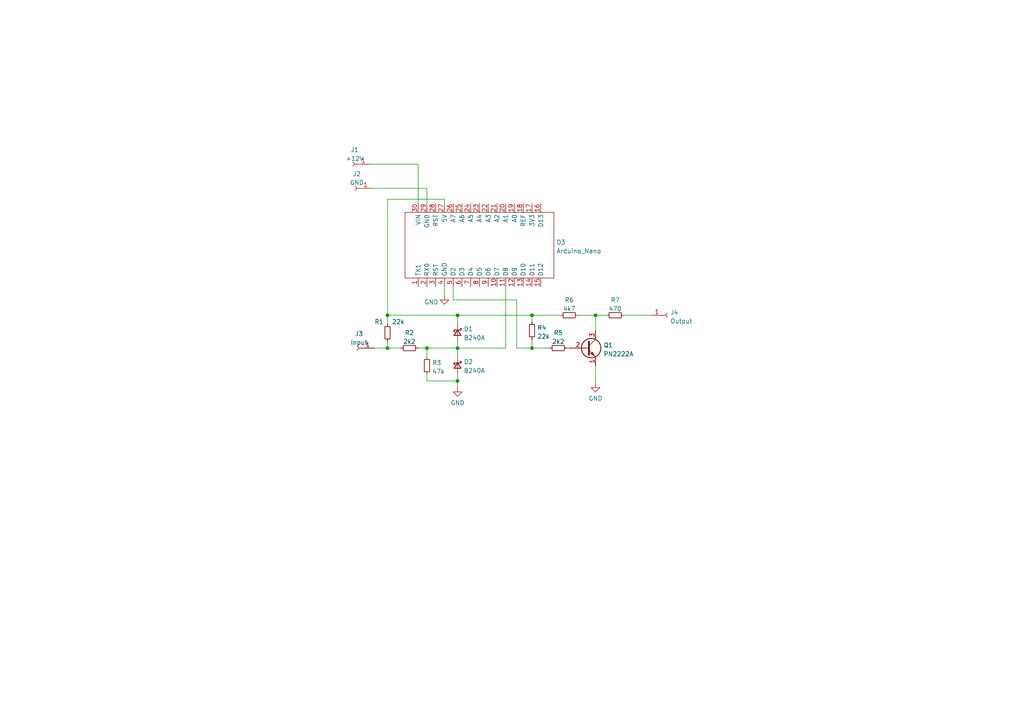
<source format=kicad_sch>
(kicad_sch (version 20211123) (generator eeschema)
  (paper "A4")
  (lib_symbols
    (symbol "Connector:Conn_01x01_Female" (pin_names (offset 1.016) hide)
      (property "Reference" "J" (at 0 2.54 0))
      (property "Value" "Conn_01x01_Female" (at 0 -2.54 0))
      (symbol "Conn_01x01_Female_1_1"
        (polyline (pts (xy -1.27 0) (xy -0.508 0)) (stroke (width 0.1524)))
        (arc (start 0 0.508) (mid -0.508 0) (end 0 -0.508) (stroke (width 0.1524)))
        (pin passive line (at -5.08 0 0) (length 3.81) (name "Pin_1") (number "1"))
      )
    )
    (symbol "Device:D_Schottky_Small" (pin_numbers hide) (pin_names (offset 0.254) hide)
      (property "Reference" "D" (at -1.27 2.032 0))
      (property "Value" "D_Schottky_Small" (at -7.112 -2.032 0))
      (symbol "D_Schottky_Small_0_1"
        (polyline (pts (xy -0.762 0) (xy 0.762 0)))
        (polyline (pts (xy 0.762 -1.016) (xy -0.762 0) (xy 0.762 1.016) (xy 0.762 -1.016)) (stroke (width 0.254)))
        (polyline (pts (xy -1.27 0.762) (xy -1.27 1.016) (xy -0.762 1.016) (xy -0.762 -1.016) (xy -0.254 -1.016) (xy -0.254 -0.762)) (stroke (width 0.254)))
      )
      (symbol "D_Schottky_Small_1_1"
        (pin passive line (at -2.54 0 0) (length 1.778) (name "K") (number "1"))
        (pin passive line (at 2.54 0 180) (length 1.778) (name "A") (number "2"))
      )
    )
    (symbol "Device:R_Small" (pin_numbers hide) (pin_names (offset 0.254) hide)
      (property "Reference" "R" (at 0.762 0.508 0))
      (property "Value" "R_Small" (at 0.762 -1.016 0))
      (symbol "R_Small_0_1"
        (rectangle (start -0.762 1.778) (end 0.762 -1.778) (stroke (width 0.2032)))
      )
      (symbol "R_Small_1_1"
        (pin passive line (at 0 2.54 270) (length 0.762) (name "~") (number "1"))
        (pin passive line (at 0 -2.54 90) (length 0.762) (name "~") (number "2"))
      )
    )
    (symbol "Library:Arduino_Nano"
      (property "Reference" "D" (at -17.78 -11.43 0))
      (property "Value" "Arduino_Nano" (at -1.27 0 0))
      (symbol "Arduino_Nano_0_0"
        (pin tri_state line (at -17.78 -11.43 90) (length 2.54) (name "TX1") (number "1"))
        (pin tri_state line (at 5.08 -11.43 90) (length 2.54) (name "D7") (number "10"))
        (pin tri_state line (at 7.62 -11.43 90) (length 2.54) (name "D8") (number "11"))
        (pin tri_state line (at 10.16 -11.43 90) (length 2.54) (name "D9") (number "12"))
        (pin tri_state line (at 12.7 -11.43 90) (length 2.54) (name "D10") (number "13"))
        (pin tri_state line (at 15.24 -11.43 90) (length 2.54) (name "D11") (number "14"))
        (pin tri_state line (at 17.78 -11.43 90) (length 2.54) (name "D12") (number "15"))
        (pin tri_state line (at 17.78 12.7 270) (length 2.54) (name "D13") (number "16"))
        (pin power_out line (at 15.24 12.7 270) (length 2.54) (name "3V3") (number "17"))
        (pin power_out line (at 12.7 12.7 270) (length 2.54) (name "REF") (number "18"))
        (pin tri_state line (at 10.16 12.7 270) (length 2.54) (name "A0") (number "19"))
        (pin tri_state line (at -15.24 -11.43 90) (length 2.54) (name "RX0") (number "2"))
        (pin tri_state line (at 7.62 12.7 270) (length 2.54) (name "A1") (number "20"))
        (pin tri_state line (at 5.08 12.7 270) (length 2.54) (name "A2") (number "21"))
        (pin tri_state line (at 2.54 12.7 270) (length 2.54) (name "A3") (number "22"))
        (pin tri_state line (at 0 12.7 270) (length 2.54) (name "A4") (number "23"))
        (pin tri_state line (at -2.54 12.7 270) (length 2.54) (name "A5") (number "24"))
        (pin tri_state line (at -5.08 12.7 270) (length 2.54) (name "A6") (number "25"))
        (pin tri_state line (at -7.62 12.7 270) (length 2.54) (name "A7") (number "26"))
        (pin power_out line (at -10.16 12.7 270) (length 2.54) (name "5V") (number "27"))
        (pin tri_state line (at -12.7 12.7 270) (length 2.54) (name "RST") (number "28"))
        (pin power_in line (at -15.24 12.7 270) (length 2.54) (name "GND") (number "29"))
        (pin tri_state line (at -12.7 -11.43 90) (length 2.54) (name "RST") (number "3"))
        (pin power_in line (at -17.78 12.7 270) (length 2.54) (name "VIN") (number "30"))
        (pin power_in line (at -10.16 -11.43 90) (length 2.54) (name "GND") (number "4"))
        (pin tri_state line (at -7.62 -11.43 90) (length 2.54) (name "D2") (number "5"))
        (pin tri_state line (at -5.08 -11.43 90) (length 2.54) (name "D3") (number "6"))
        (pin tri_state line (at -2.54 -11.43 90) (length 2.54) (name "D4") (number "7"))
        (pin tri_state line (at 0 -11.43 90) (length 2.54) (name "D5") (number "8"))
        (pin tri_state line (at 2.54 -11.43 90) (length 2.54) (name "D6") (number "9"))
      )
      (symbol "Arduino_Nano_0_1"
        (rectangle (start -21.59 10.16) (end 21.59 -8.89) (stroke (width 0.1524)))
      )
    )
    (symbol "Transistor_BJT:PN2222A" (pin_names (offset 0) hide)
      (property "Reference" "Q" (at 5.08 1.905 0))
      (property "Value" "PN2222A" (at 5.08 0 0))
      (symbol "PN2222A_0_1"
        (polyline (pts (xy 0 0) (xy 0.635 0)))
        (polyline (pts (xy 2.54 -2.54) (xy 0.635 -0.635)))
        (polyline (pts (xy 2.54 2.54) (xy 0.635 0.635)))
        (polyline (pts (xy 0.635 1.905) (xy 0.635 -1.905) (xy 0.635 -1.905)) (stroke (width 0.508)))
        (polyline (pts (xy 2.413 -2.413) (xy 1.905 -1.905) (xy 1.905 -1.905)))
        (polyline (pts (xy 1.143 -1.651) (xy 1.651 -1.143) (xy 2.159 -2.159) (xy 1.143 -1.651) (xy 1.143 -1.651)) (fill (type outline)))
        (circle (center 1.27 0) (radius 2.8194) (stroke (width 0.254)))
      )
      (symbol "PN2222A_1_1"
        (pin passive line (at 2.54 -5.08 90) (length 2.54) (name "E") (number "1"))
        (pin input line (at -5.08 0 0) (length 5.08) (name "B") (number "2"))
        (pin passive line (at 2.54 5.08 270) (length 2.54) (name "C") (number "3"))
      )
    )
    (symbol "power:GND" (power) (pin_names (offset 0))
      (property "Value" "GND" (at 0 -3.81 0))
      (symbol "GND_0_1"
        (polyline (pts (xy 0 0) (xy 0 -1.27) (xy 1.27 -1.27) (xy 0 -2.54) (xy -1.27 -1.27) (xy 0 -1.27)))
      )
      (symbol "GND_1_1"
        (pin power_in line (at 0 0 270) (length 0) hide (name "GND") (number "1"))
      )
    )
  )
  (junction (at 132.715 91.44))
  (junction (at 154.305 91.44))
  (junction (at 112.395 91.44))
  (junction (at 154.305 100.965))
  (junction (at 123.825 100.965))
  (junction (at 112.395 100.965))
  (junction (at 132.715 110.49))
  (junction (at 172.72 91.44))
  (junction (at 132.715 100.965))
  (wire (pts (xy 175.895 91.44) (xy 172.72 91.44)))
  (wire (pts (xy 172.72 91.44) (xy 172.72 95.885)))
  (wire (pts (xy 121.285 100.965) (xy 123.825 100.965)))
  (wire (pts (xy 154.305 100.965) (xy 149.86 100.965)))
  (wire (pts (xy 164.465 100.965) (xy 165.1 100.965)))
  (wire (pts (xy 123.825 110.49) (xy 132.715 110.49)))
  (wire (pts (xy 107.95 54.61) (xy 123.825 54.61)))
  (wire (pts (xy 128.905 57.785) (xy 112.395 57.785)))
  (wire (pts (xy 167.64 91.44) (xy 172.72 91.44)))
  (wire (pts (xy 107.315 47.625) (xy 121.285 47.625)))
  (wire (pts (xy 132.715 91.44) (xy 112.395 91.44)))
  (wire (pts (xy 123.825 100.965) (xy 132.715 100.965)))
  (wire (pts (xy 132.715 110.49) (xy 132.715 108.585)))
  (wire (pts (xy 123.825 108.585) (xy 123.825 110.49)))
  (wire (pts (xy 128.905 83.185) (xy 128.905 85.725)))
  (wire (pts (xy 149.86 100.965) (xy 149.86 86.995)))
  (wire (pts (xy 112.395 57.785) (xy 112.395 91.44)))
  (wire (pts (xy 112.395 100.965) (xy 116.205 100.965)))
  (wire (pts (xy 172.72 106.045) (xy 172.72 111.125)))
  (wire (pts (xy 132.715 100.965) (xy 132.715 103.505)))
  (wire (pts (xy 108.585 100.965) (xy 112.395 100.965)))
  (wire (pts (xy 154.305 91.44) (xy 162.56 91.44)))
  (wire (pts (xy 132.715 110.49) (xy 132.715 112.395)))
  (wire (pts (xy 121.285 47.625) (xy 121.285 59.055)))
  (wire (pts (xy 132.715 91.44) (xy 154.305 91.44)))
  (wire (pts (xy 128.905 59.055) (xy 128.905 57.785)))
  (wire (pts (xy 123.825 54.61) (xy 123.825 59.055)))
  (wire (pts (xy 132.715 93.98) (xy 132.715 91.44)))
  (wire (pts (xy 146.685 100.965) (xy 146.685 83.185)))
  (wire (pts (xy 132.715 99.06) (xy 132.715 100.965)))
  (wire (pts (xy 180.975 91.44) (xy 188.595 91.44)))
  (wire (pts (xy 154.305 93.345) (xy 154.305 91.44)))
  (wire (pts (xy 132.715 100.965) (xy 146.685 100.965)))
  (wire (pts (xy 112.395 91.44) (xy 112.395 93.98)))
  (wire (pts (xy 131.445 86.995) (xy 131.445 83.185)))
  (wire (pts (xy 112.395 99.06) (xy 112.395 100.965)))
  (wire (pts (xy 149.86 86.995) (xy 131.445 86.995)))
  (wire (pts (xy 123.825 103.505) (xy 123.825 100.965)))
  (wire (pts (xy 159.385 100.965) (xy 154.305 100.965)))
  (wire (pts (xy 154.305 98.425) (xy 154.305 100.965)))
  (symbol (lib_id "power:GND") (at 172.72 111.125 0) (unit 1)
    (property "Reference" "#PWR03" (effects hide))
    (property "Value" "GND" (at 172.72 115.5684 0))
  )
  (symbol (lib_id "Connector:Conn_01x01_Female") (at 103.505 100.965 180) (unit 1)
    (property "Reference" "J3" (at 104.14 96.808 0))
    (property "Value" "Input" (at 104.14 99.3449 0))
  )
  (symbol (lib_id "Transistor_BJT:PN2222A") (at 170.18 100.965 0) (unit 1)
    (property "Reference" "Q1" (at 175.0314 100.1303 0) (effects (justify left)))
    (property "Value" "PN2222A" (at 175.0314 102.6672 0) (effects (justify left)))
    (property "Footprint" "Package_TO_SOT_THT:TO-92_Inline" (effects hide))
    (property "Datasheet" "https://www.onsemi.com/pub/Collateral/PN2222-D.PDF" (effects hide))
  )
  (symbol (lib_id "Device:R_Small") (at 165.1 91.44 90) (unit 1)
    (property "Reference" "R6" (at 165.1 87.0036 90))
    (property "Value" "4k7" (at 165.1 89.5405 90))
  )
  (symbol (lib_id "power:GND") (at 128.905 85.725 0) (unit 1)
    (property "Reference" "#PWR01" (effects hide))
    (property "Value" "GND" (at 125.095 87.63 0))
  )
  (symbol (lib_id "Connector:Conn_01x01_Female") (at 102.235 47.625 180) (unit 1)
    (property "Reference" "J1" (at 102.87 43.468 0))
    (property "Value" "+12V" (at 102.87 46.0049 0))
  )
  (symbol (lib_id "Device:R_Small") (at 123.825 106.045 0) (unit 1)
    (property "Reference" "R3" (at 125.3236 105.2103 0) (effects (justify left)))
    (property "Value" "47k" (at 125.3236 107.7472 0) (effects (justify left)))
  )
  (symbol (lib_id "Connector:Conn_01x01_Female") (at 193.675 91.44 0) (unit 1)
    (property "Reference" "J4" (at 194.3862 90.6053 0) (effects (justify left)))
    (property "Value" "Output" (at 194.3862 93.1422 0) (effects (justify left)))
  )
  (symbol (lib_id "Device:D_Schottky_Small") (at 132.715 96.52 270) (unit 1)
    (property "Reference" "D1" (at 134.493 95.4313 90) (effects (justify left)))
    (property "Value" "B240A" (at 134.493 97.9682 90) (effects (justify left)))
  )
  (symbol (lib_id "Library:Arduino_Nano") (at 139.065 71.755 0) (unit 1)
    (property "Reference" "D3" (at 161.3662 70.2853 0) (effects (justify left)))
    (property "Value" "Arduino_Nano" (at 161.3662 72.8222 0) (effects (justify left)))
  )
  (symbol (lib_id "Device:R_Small") (at 178.435 91.44 270) (unit 1)
    (property "Reference" "R7" (at 178.435 87.0036 90))
    (property "Value" "470" (at 178.435 89.5405 90))
  )
  (symbol (lib_id "Device:R_Small") (at 161.925 100.965 270) (unit 1)
    (property "Reference" "R5" (at 161.925 96.5286 90))
    (property "Value" "2k2" (at 161.925 99.0655 90))
  )
  (symbol (lib_id "Device:R_Small") (at 118.745 100.965 90) (unit 1)
    (property "Reference" "R2" (at 118.745 96.5286 90))
    (property "Value" "2k2" (at 118.745 99.0655 90))
  )
  (symbol (lib_id "Device:D_Schottky_Small") (at 132.715 106.045 270) (unit 1)
    (property "Reference" "D2" (at 134.493 104.9563 90) (effects (justify left)))
    (property "Value" "B240A" (at 134.493 107.4932 90) (effects (justify left)))
  )
  (symbol (lib_id "Device:R_Small") (at 112.395 96.52 0) (unit 1)
    (property "Reference" "R1" (at 108.585 93.345 0) (effects (justify left)))
    (property "Value" "22k" (at 113.665 93.345 0) (effects (justify left)))
  )
  (symbol (lib_id "power:GND") (at 132.715 112.395 0) (unit 1)
    (property "Reference" "#PWR02" (effects hide))
    (property "Value" "GND" (at 132.715 116.8384 0))
  )
  (symbol (lib_id "Connector:Conn_01x01_Female") (at 102.87 54.61 180) (unit 1)
    (property "Reference" "J2" (at 103.505 50.453 0))
    (property "Value" "GND" (at 103.505 52.9899 0))
  )
  (symbol (lib_id "Device:R_Small") (at 154.305 95.885 0) (unit 1)
    (property "Reference" "R4" (at 155.8036 95.0503 0) (effects (justify left)))
    (property "Value" "22k" (at 155.8036 97.5872 0) (effects (justify left)))
  )
)
</source>
